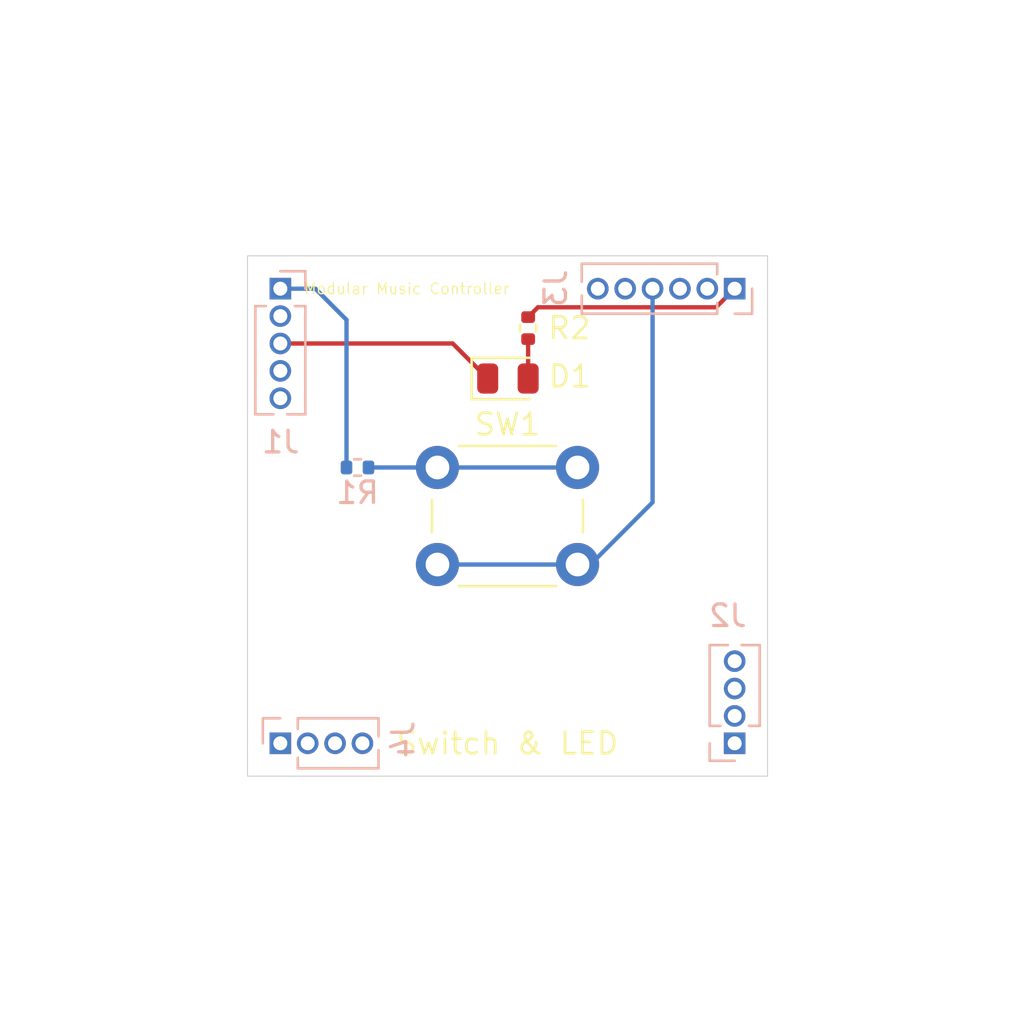
<source format=kicad_pcb>
(kicad_pcb (version 20241229) (generator "pcbnew") (generator_version "9.0")
  (layers (0 "F.Cu" signal) (2 "B.Cu" signal) (13 "F.Paste" user) (15 "B.Paste" user) (5 "F.SilkS" user "F.Silkscreen") (7 "B.SilkS" user "B.Silkscreen") (1 "F.Mask" user) (3 "B.Mask" user) (25 "Edge.Cuts" user))
  (net 0 "")
  (net 1 "GND")
  (net 2 "Net-(D1-A)")
  (net 3 "/SlotBus.Clock")
  (net 4 "/AREF")
  (net 5 "/+3.3V Digital")
  (net 6 "/SlotBus.Data")
  (net 7 "/Addr3")
  (net 8 "/Addr0")
  (net 9 "/Addr1")
  (net 10 "/Addr2")
  (net 11 "/B")
  (net 12 "/C")
  (net 13 "/LED")
  (net 14 "/A1")
  (net 15 "/A")
  (net 16 "/A0")
  (net 17 "/Typ3")
  (net 18 "/Typ0")
  (net 19 "/Typ1")
  (net 20 "/Typ2")
  (net 21 "Net-(R1-Pad2)")
  (footprint "LED_SMD:LED_0805_2012Metric" (layer "F.Cu") (at 139.085 107.2896)
    (property "Reference" "D1" (at 2.8725 -0.1016 0) (layer "F.SilkS") (effects (font (thickness 0.125))))
    (property "Value" "LED")
    (fp_line (start -1.685 -0.96) (end -1.685 0.96) (stroke (width 0.12)) (layer "F.SilkS"))
    (fp_line (start -1.685 0.96) (end 1 0.96) (stroke (width 0.12)) (layer "F.SilkS"))
    (fp_line (start 1 -0.96) (end -1.685 -0.96) (stroke (width 0.12)) (layer "F.SilkS"))
    (pad "1" smd roundrect (at -0.9375 0) (size 0.975 1.4) (layers "F.Cu" "F.Mask" "F.Paste") (net 1 "GND"))
    (pad "2" smd roundrect (at 0.9375 0) (size 0.975 1.4) (layers "F.Cu" "F.Mask" "F.Paste") (net 2 "Net-(D1-A)"))
  )
  (footprint "Resistor_SMD:R_0402_1005Metric" (layer "F.Cu") (at 140.0225 104.9528 -90)
    (property "Reference" "R2" (at 0 -1.9127 180) (layer "F.SilkS") (effects (font (thickness 0.125))))
    (property "Value" "1k")
    (fp_line (start -0.153641 0.38) (end 0.153641 0.38) (stroke (width 0.12)) (layer "F.SilkS"))
    (fp_line (start -0.153641 -0.38) (end 0.153641 -0.38) (stroke (width 0.12)) (layer "F.SilkS"))
    (pad "1" smd roundrect (at -0.51 0 270) (size 0.54 0.64) (layers "F.Cu" "F.Mask" "F.Paste") (net 13 "/LED"))
    (pad "2" smd roundrect (at 0.51 0 270) (size 0.54 0.64) (layers "F.Cu" "F.Mask" "F.Paste") (net 2 "Net-(D1-A)"))
  )
  (footprint "Button_Switch_THT:SW_PUSH_6mm" (layer "F.Cu") (at 135.815 111.415)
    (property "Reference" "SW1" (at 3.25 -2 0) (layer "F.SilkS") (effects (font (thickness 0.125))))
    (property "Value" "SW_Push")
    (fp_line (start -0.25 1.5) (end -0.25 3) (stroke (width 0.12)) (layer "F.SilkS"))
    (fp_line (start 1 5.5) (end 5.5 5.5) (stroke (width 0.12)) (layer "F.SilkS"))
    (fp_line (start 5.5 -1) (end 1 -1) (stroke (width 0.12)) (layer "F.SilkS"))
    (fp_line (start 6.75 3) (end 6.75 1.5) (stroke (width 0.12)) (layer "F.SilkS"))
    (pad "1" thru_hole circle (at 0 0 90) (size 2 2) (drill 1.1) (layers "*.Cu" "*.Mask") (net 21 "Net-(R1-Pad2)"))
    (pad "1" thru_hole circle (at 6.5 0 90) (size 2 2) (drill 1.1) (layers "*.Cu" "*.Mask") (net 21 "Net-(R1-Pad2)"))
    (pad "2" thru_hole circle (at 0 4.5 90) (size 2 2) (drill 1.1) (layers "*.Cu" "*.Mask") (net 15 "/A"))
    (pad "2" thru_hole circle (at 6.5 4.5 90) (size 2 2) (drill 1.1) (layers "*.Cu" "*.Mask") (net 15 "/A"))
  )
  (footprint "Connector_PinHeader_1.27mm:PinHeader_1x04_P1.27mm_Vertical" (layer "B.Cu") (at 128.525 124.205 -90)
    (property "Reference" "J4" (at -0.1778 -5.6956 90) (layer "B.SilkS") (effects (justify mirror)))
    (property "Value" "Samtec MTMS-104-02-T-S-100")
    (fp_line (start -1.16 0.81) (end 0 0.81) (stroke (width 0.12)) (layer "B.SilkS"))
    (fp_line (start -1.16 0) (end -1.16 0.81) (stroke (width 0.12)) (layer "B.SilkS"))
    (fp_line (start -1.16 -0.81) (end -0.666708 -0.81) (stroke (width 0.12)) (layer "B.SilkS"))
    (fp_line (start -1.16 -0.81) (end -1.16 -4.555) (stroke (width 0.12)) (layer "B.SilkS"))
    (fp_line (start 0.666708 -0.81) (end 1.16 -0.81) (stroke (width 0.12)) (layer "B.SilkS"))
    (fp_line (start 1.16 -0.81) (end 1.16 -4.555) (stroke (width 0.12)) (layer "B.SilkS"))
    (fp_line (start -1.16 -4.555) (end -0.317923 -4.555) (stroke (width 0.12)) (layer "B.SilkS"))
    (fp_line (start 0.317923 -4.555) (end 1.16 -4.555) (stroke (width 0.12)) (layer "B.SilkS"))
    (pad "1" thru_hole rect (at 0 0 270) (size 1 1) (drill 0.65) (layers "*.Cu" "*.Mask") (net 18 "/Typ0"))
    (pad "2" thru_hole circle (at 0 -1.27 270) (size 1 1) (drill 0.65) (layers "*.Cu" "*.Mask") (net 19 "/Typ1"))
    (pad "3" thru_hole circle (at 0 -2.54 270) (size 1 1) (drill 0.65) (layers "*.Cu" "*.Mask") (net 20 "/Typ2"))
    (pad "4" thru_hole circle (at 0 -3.81 270) (size 1 1) (drill 0.65) (layers "*.Cu" "*.Mask") (net 17 "/Typ3"))
  )
  (footprint "Resistor_SMD:R_0402_1005Metric" (layer "B.Cu") (at 132.1054 111.415)
    (property "Reference" "R1" (at 0 1.17 180) (layer "B.SilkS") (effects (justify mirror)))
    (property "Value" "1k")
    (fp_line (start -0.153641 -0.38) (end 0.153641 -0.38) (stroke (width 0.12)) (layer "B.SilkS"))
    (fp_line (start -0.153641 0.38) (end 0.153641 0.38) (stroke (width 0.12)) (layer "B.SilkS"))
    (pad "1" smd roundrect (at -0.51 0) (size 0.54 0.64) (layers "B.Cu" "B.Mask" "B.Paste") (net 5 "/+3.3V Digital"))
    (pad "2" smd roundrect (at 0.51 0) (size 0.54 0.64) (layers "B.Cu" "B.Mask" "B.Paste") (net 21 "Net-(R1-Pad2)"))
  )
  (footprint "Connector_PinHeader_1.27mm:PinHeader_1x04_P1.27mm_Vertical" (layer "B.Cu") (at 149.605 124.205)
    (property "Reference" "J2" (at -0.317923 -5.9182 0) (layer "B.SilkS") (effects (justify mirror)))
    (property "Value" "Samtec MTMS-104-02-T-S-100")
    (fp_line (start -1.16 -4.555) (end -0.317923 -4.555) (stroke (width 0.12)) (layer "B.SilkS"))
    (fp_line (start -1.16 -0.81) (end -1.16 -4.555) (stroke (width 0.12)) (layer "B.SilkS"))
    (fp_line (start -1.16 -0.81) (end -0.666708 -0.81) (stroke (width 0.12)) (layer "B.SilkS"))
    (fp_line (start -1.16 0) (end -1.16 0.81) (stroke (width 0.12)) (layer "B.SilkS"))
    (fp_line (start -1.16 0.81) (end 0 0.81) (stroke (width 0.12)) (layer "B.SilkS"))
    (fp_line (start 0.317923 -4.555) (end 1.16 -4.555) (stroke (width 0.12)) (layer "B.SilkS"))
    (fp_line (start 0.666708 -0.81) (end 1.16 -0.81) (stroke (width 0.12)) (layer "B.SilkS"))
    (fp_line (start 1.16 -0.81) (end 1.16 -4.555) (stroke (width 0.12)) (layer "B.SilkS"))
    (pad "1" thru_hole rect (at 0 0) (size 1 1) (drill 0.65) (layers "*.Cu" "*.Mask") (net 8 "/Addr0"))
    (pad "2" thru_hole circle (at 0 -1.27) (size 1 1) (drill 0.65) (layers "*.Cu" "*.Mask") (net 9 "/Addr1"))
    (pad "3" thru_hole circle (at 0 -2.54) (size 1 1) (drill 0.65) (layers "*.Cu" "*.Mask") (net 10 "/Addr2"))
    (pad "4" thru_hole circle (at 0 -3.81) (size 1 1) (drill 0.65) (layers "*.Cu" "*.Mask") (net 7 "/Addr3"))
  )
  (footprint "Connector_PinHeader_1.27mm:PinHeader_1x05_P1.27mm_Vertical" (layer "B.Cu") (at 128.525 103.125 180)
    (property "Reference" "J1" (at -0.0254 -7.112 180) (layer "B.SilkS") (effects (justify mirror)))
    (property "Value" "Samtec MTMS-105-02-T-S-100")
    (fp_line (start 1.16 -0.81) (end 1.16 -5.825) (stroke (width 0.12)) (layer "B.SilkS"))
    (fp_line (start 0.666708 -0.81) (end 1.16 -0.81) (stroke (width 0.12)) (layer "B.SilkS"))
    (fp_line (start 0.317923 -5.825) (end 1.16 -5.825) (stroke (width 0.12)) (layer "B.SilkS"))
    (fp_line (start -1.16 0.81) (end 0 0.81) (stroke (width 0.12)) (layer "B.SilkS"))
    (fp_line (start -1.16 0) (end -1.16 0.81) (stroke (width 0.12)) (layer "B.SilkS"))
    (fp_line (start -1.16 -0.81) (end -0.666708 -0.81) (stroke (width 0.12)) (layer "B.SilkS"))
    (fp_line (start -1.16 -0.81) (end -1.16 -5.825) (stroke (width 0.12)) (layer "B.SilkS"))
    (fp_line (start -1.16 -5.825) (end -0.317923 -5.825) (stroke (width 0.12)) (layer "B.SilkS"))
    (pad "1" thru_hole rect (at 0 0 180) (size 1 1) (drill 0.65) (layers "*.Cu" "*.Mask") (net 5 "/+3.3V Digital"))
    (pad "2" thru_hole circle (at 0 -1.27 180) (size 1 1) (drill 0.65) (layers "*.Cu" "*.Mask") (net 4 "/AREF"))
    (pad "3" thru_hole circle (at 0 -2.54 180) (size 1 1) (drill 0.65) (layers "*.Cu" "*.Mask") (net 1 "GND"))
    (pad "4" thru_hole circle (at 0 -3.81 180) (size 1 1) (drill 0.65) (layers "*.Cu" "*.Mask") (net 6 "/SlotBus.Data"))
    (pad "5" thru_hole circle (at 0 -5.08 180) (size 1 1) (drill 0.65) (layers "*.Cu" "*.Mask") (net 3 "/SlotBus.Clock"))
  )
  (footprint "Connector_PinHeader_1.27mm:PinHeader_1x06_P1.27mm_Vertical" (layer "B.Cu") (at 149.605 103.125 90)
    (property "Reference" "J3" (at 0.0254 -8.3058 90) (layer "B.SilkS") (effects (justify mirror)))
    (property "Value" "Samtec  MTMS-106-02-T-S-100")
    (fp_line (start 0.317923 -7.095) (end 1.16 -7.095) (stroke (width 0.12)) (layer "B.SilkS"))
    (fp_line (start -1.16 -7.095) (end -0.317923 -7.095) (stroke (width 0.12)) (layer "B.SilkS"))
    (fp_line (start 1.16 -0.81) (end 1.16 -7.095) (stroke (width 0.12)) (layer "B.SilkS"))
    (fp_line (start 0.666708 -0.81) (end 1.16 -0.81) (stroke (width 0.12)) (layer "B.SilkS"))
    (fp_line (start -1.16 -0.81) (end -1.16 -7.095) (stroke (width 0.12)) (layer "B.SilkS"))
    (fp_line (start -1.16 -0.81) (end -0.666708 -0.81) (stroke (width 0.12)) (layer "B.SilkS"))
    (fp_line (start -1.16 0) (end -1.16 0.81) (stroke (width 0.12)) (layer "B.SilkS"))
    (fp_line (start -1.16 0.81) (end 0 0.81) (stroke (width 0.12)) (layer "B.SilkS"))
    (pad "1" thru_hole rect (at 0 0 90) (size 1 1) (drill 0.65) (layers "*.Cu" "*.Mask") (net 13 "/LED"))
    (pad "2" thru_hole circle (at 0 -1.27 90) (size 1 1) (drill 0.65) (layers "*.Cu" "*.Mask") (net 12 "/C"))
    (pad "3" thru_hole circle (at 0 -2.54 90) (size 1 1) (drill 0.65) (layers "*.Cu" "*.Mask") (net 11 "/B"))
    (pad "4" thru_hole circle (at 0 -3.81 90) (size 1 1) (drill 0.65) (layers "*.Cu" "*.Mask") (net 15 "/A"))
    (pad "5" thru_hole circle (at 0 -5.08 90) (size 1 1) (drill 0.65) (layers "*.Cu" "*.Mask") (net 14 "/A1"))
    (pad "6" thru_hole circle (at 0 -6.35 90) (size 1 1) (drill 0.65) (layers "*.Cu" "*.Mask") (net 16 "/A0"))
  )
  (gr_rect (start 127 101.6) (end 151.13 125.73) (stroke (width 0.05)) (fill no) (layer "Edge.Cuts"))
  (gr_text "Switch & LED" (at 139.065 124.206 0) (layer "F.SilkS") (effects (font (size 1 1) (thickness 0.125))))
  (gr_text "Modular Music Controller" (at 129.5908 103.125 0) (layer "F.SilkS") (effects (font (size 0.5 0.5) (thickness 0.0625)) (justify left)))
  (segment (start 138.1475 107.2896) (end 136.5229 105.665) (width 0.2) (layer "F.Cu") (net 1))
  (segment (start 136.5229 105.665) (end 128.525 105.665) (width 0.2) (layer "F.Cu") (net 1))
  (segment (start 140.0225 105.4628) (end 140.0225 107.2896) (width 0.2) (layer "F.Cu") (net 2))
  (segment (start 130.1506 103.125) (end 128.525 103.125) (width 0.2) (layer "B.Cu") (net 5))
  (segment (start 131.5954 111.415) (end 131.5954 104.5698) (width 0.2) (layer "B.Cu") (net 5))
  (segment (start 131.5954 104.5698) (end 130.1506 103.125) (width 0.2) (layer "B.Cu") (net 5))
  (segment (start 140.0225 104.4428) (end 140.4777 103.9876) (width 0.2) (layer "F.Cu") (net 13))
  (segment (start 148.7424 103.9876) (end 149.605 103.125) (width 0.2) (layer "F.Cu") (net 13))
  (segment (start 140.4777 103.9876) (end 148.7424 103.9876) (width 0.2) (layer "F.Cu") (net 13))
  (segment (start 142.315 115.915) (end 142.911 115.915) (width 0.2) (layer "B.Cu") (net 15))
  (segment (start 142.911 115.915) (end 145.795 113.031) (width 0.2) (layer "B.Cu") (net 15))
  (segment (start 142.315 115.915) (end 135.815 115.915) (width 0.2) (layer "B.Cu") (net 15))
  (segment (start 145.795 113.031) (end 145.795 103.125) (width 0.2) (layer "B.Cu") (net 15))
  (segment (start 142.315 111.415) (end 135.815 111.415) (width 0.2) (layer "B.Cu") (net 21))
  (segment (start 135.815 111.415) (end 132.6154 111.415) (width 0.2) (layer "B.Cu") (net 21))
)
</source>
